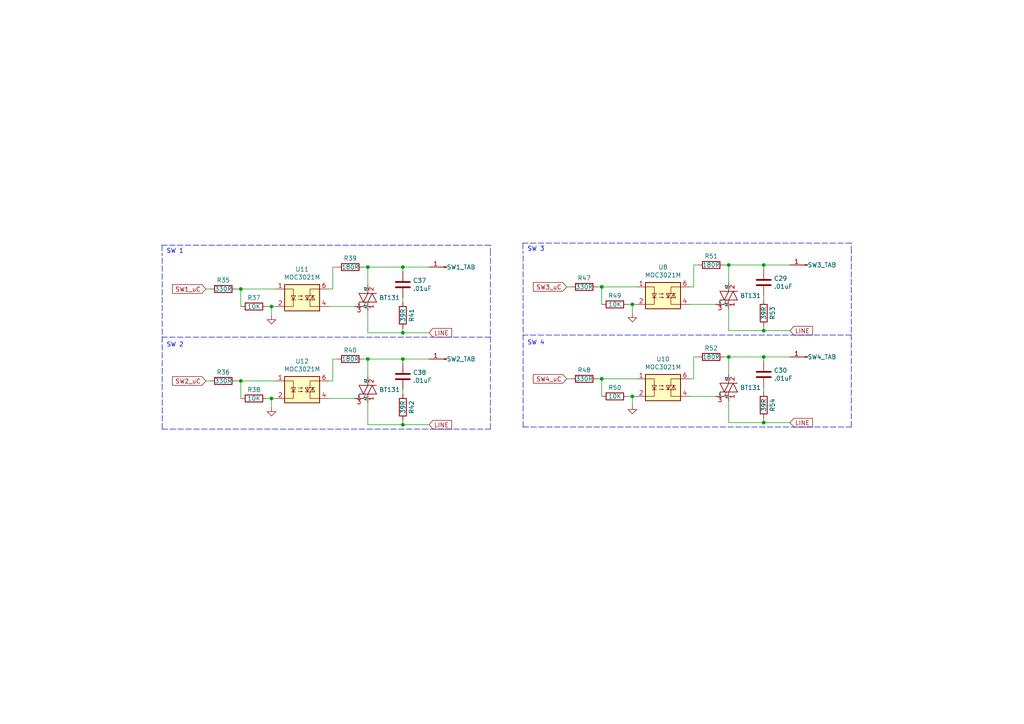
<source format=kicad_sch>
(kicad_sch (version 20211123) (generator eeschema)
  (paper "A4")
  (lib_symbols
    (symbol "Connector:Conn_01x01_Male" (pin_names (offset 1.016) hide)
      (property "Reference" "J" (at 0 2.54 0))
      (property "Value" "Conn_01x01_Male" (at 0 -2.54 0))
      (symbol "Conn_01x01_Male_1_1"
        (polyline (pts (xy 1.27 0) (xy 0.8636 0)) (stroke (width 0.1524)))
        (rectangle (start 0.8636 0.127) (end 0 -0.127) (stroke (width 0.1524)) (fill (type outline)))
        (pin passive line (at 5.08 0 180) (length 3.81) (name "Pin_1") (number "1"))
      )
    )
    (symbol "Device:C" (pin_numbers hide) (pin_names (offset 0.254))
      (property "Reference" "C" (at 0.635 2.54 0))
      (property "Value" "C" (at 0.635 -2.54 0))
      (symbol "C_0_1"
        (polyline (pts (xy -2.032 -0.762) (xy 2.032 -0.762)) (stroke (width 0.508)))
        (polyline (pts (xy -2.032 0.762) (xy 2.032 0.762)) (stroke (width 0.508)))
      )
      (symbol "C_1_1"
        (pin passive line (at 0 3.81 270) (length 2.794) (name "~") (number "1"))
        (pin passive line (at 0 -3.81 90) (length 2.794) (name "~") (number "2"))
      )
    )
    (symbol "Device:R" (pin_numbers hide) (pin_names (offset 0))
      (property "Reference" "R" (at 2.032 0 90))
      (property "Value" "R" (at 0 0 90))
      (symbol "R_0_1"
        (rectangle (start -1.016 -2.54) (end 1.016 2.54) (stroke (width 0.254)))
      )
      (symbol "R_1_1"
        (pin passive line (at 0 3.81 270) (length 1.27) (name "~") (number "1"))
        (pin passive line (at 0 -3.81 90) (length 1.27) (name "~") (number "2"))
      )
    )
    (symbol "Relay_SolidState:MOC3021M"
      (property "Reference" "U" (at -5.334 4.826 0))
      (property "Value" "MOC3021M" (at 0 5.08 0))
      (symbol "MOC3021M_0_1"
        (rectangle (start -5.08 3.81) (end 5.08 -3.81) (stroke (width 0.254)) (fill (type background)))
        (polyline (pts (xy -3.175 -0.635) (xy -1.905 -0.635)))
        (polyline (pts (xy 1.524 -0.635) (xy 1.524 0.635)))
        (polyline (pts (xy 3.048 0.635) (xy 3.048 -0.635)))
        (polyline (pts (xy 2.286 -0.635) (xy 2.286 -2.54) (xy 5.08 -2.54)))
        (polyline (pts (xy 2.286 0.635) (xy 2.286 2.54) (xy 5.08 2.54)))
        (polyline (pts (xy -5.08 2.54) (xy -2.54 2.54) (xy -2.54 -2.54) (xy -5.08 -2.54)))
        (polyline (pts (xy -2.54 -0.635) (xy -3.175 0.635) (xy -1.905 0.635) (xy -2.54 -0.635)))
        (polyline (pts (xy 0.889 -0.635) (xy 3.683 -0.635) (xy 3.048 0.635) (xy 2.413 -0.635)))
        (polyline (pts (xy 3.683 0.635) (xy 0.889 0.635) (xy 1.524 -0.635) (xy 2.159 0.635)))
        (polyline (pts (xy -1.143 -0.508) (xy 0.127 -0.508) (xy -0.254 -0.635) (xy -0.254 -0.381) (xy 0.127 -0.508)))
        (polyline (pts (xy -1.143 0.508) (xy 0.127 0.508) (xy -0.254 0.381) (xy -0.254 0.635) (xy 0.127 0.508)))
      )
      (symbol "MOC3021M_1_1"
        (pin passive line (at -7.62 2.54 0) (length 2.54) (name "~") (number "1"))
        (pin passive line (at -7.62 -2.54 0) (length 2.54) (name "~") (number "2"))
        (pin no_connect line (at -5.08 0 0) (length 2.54) hide (name "NC") (number "3"))
        (pin passive line (at 7.62 -2.54 180) (length 2.54) (name "~") (number "4"))
        (pin no_connect line (at 5.08 0 180) (length 2.54) hide (name "NC") (number "5"))
        (pin passive line (at 7.62 2.54 180) (length 2.54) (name "~") (number "6"))
      )
    )
    (symbol "Triac_Thyristor:BTA16-600B" (pin_names (offset 0))
      (property "Reference" "Q" (at 5.08 1.905 0))
      (property "Value" "BTA16-600B" (at 5.08 0 0))
      (symbol "BTA16-600B_0_1"
        (polyline (pts (xy -2.54 -1.27) (xy 2.54 -1.27)) (stroke (width 0.2032)))
        (polyline (pts (xy -2.54 1.27) (xy 2.54 1.27)) (stroke (width 0.2032)))
        (polyline (pts (xy -1.27 -2.54) (xy -0.635 -1.27)))
        (polyline (pts (xy -2.54 1.27) (xy -1.27 -1.27) (xy 0 1.27)) (stroke (width 0.2032)))
        (polyline (pts (xy 0 -1.27) (xy 1.27 1.27) (xy 2.54 -1.27)) (stroke (width 0.2032)))
      )
      (symbol "BTA16-600B_1_1"
        (pin passive line (at 0 -3.81 90) (length 2.54) (name "A1") (number "1"))
        (pin passive line (at 0 3.81 270) (length 2.54) (name "A2") (number "2"))
        (pin input line (at -3.81 -2.54 0) (length 2.54) (name "G") (number "3"))
      )
    )
    (symbol "power:GND" (power) (pin_names (offset 0))
      (property "Value" "GND" (at 0 -3.81 0))
      (symbol "GND_0_1"
        (polyline (pts (xy 0 0) (xy 0 -1.27) (xy 1.27 -1.27) (xy 0 -2.54) (xy -1.27 -1.27) (xy 0 -1.27)))
      )
      (symbol "GND_1_1"
        (pin power_in line (at 0 0 270) (length 0) hide (name "GND") (number "1"))
      )
    )
  )
  (junction (at 116.84 77.47))
  (junction (at 221.5134 76.8604))
  (junction (at 78.74 88.9))
  (junction (at 221.5134 103.5304))
  (junction (at 211.3534 103.5304))
  (junction (at 116.84 104.14))
  (junction (at 116.84 96.52))
  (junction (at 116.84 123.19))
  (junction (at 69.85 83.82))
  (junction (at 174.5234 83.2104))
  (junction (at 221.5134 95.9104))
  (junction (at 183.4134 114.9604))
  (junction (at 211.3534 76.8604))
  (junction (at 183.4134 88.2904))
  (junction (at 69.85 110.49))
  (junction (at 78.74 115.57))
  (junction (at 221.5134 122.5804))
  (junction (at 106.68 77.47))
  (junction (at 174.5234 109.8804))
  (junction (at 106.68 104.14))
  (wire (pts (xy 183.4134 88.2904) (xy 183.4134 90.8304)))
  (wire (pts (xy 173.2534 109.8804) (xy 174.5234 109.8804)))
  (wire (pts (xy 96.52 77.47) (xy 97.79 77.47)))
  (polyline (pts (xy 142.24 71.12) (xy 46.99 71.12)))
  (wire (pts (xy 221.5134 95.9104) (xy 221.5134 94.6404)))
  (polyline (pts (xy 246.9134 123.8504) (xy 246.9134 73.0504)))
  (wire (pts (xy 116.84 77.47) (xy 124.46 77.47)))
  (wire (pts (xy 105.41 77.47) (xy 106.68 77.47)))
  (wire (pts (xy 78.74 88.9) (xy 78.74 91.44)))
  (wire (pts (xy 77.47 115.57) (xy 78.74 115.57)))
  (wire (pts (xy 183.4134 114.9604) (xy 183.4134 117.5004)))
  (wire (pts (xy 106.68 104.14) (xy 116.84 104.14)))
  (wire (pts (xy 95.25 110.49) (xy 96.52 110.49)))
  (wire (pts (xy 69.85 110.49) (xy 80.01 110.49)))
  (wire (pts (xy 221.5134 95.9104) (xy 229.1334 95.9104)))
  (wire (pts (xy 173.2534 83.2104) (xy 174.5234 83.2104)))
  (polyline (pts (xy 47.0464 124.46) (xy 47.0464 73.66)))
  (wire (pts (xy 102.87 88.9) (xy 95.25 88.9)))
  (wire (pts (xy 106.68 77.47) (xy 116.84 77.47)))
  (wire (pts (xy 207.5434 114.9604) (xy 199.9234 114.9604)))
  (wire (pts (xy 102.87 115.57) (xy 95.25 115.57)))
  (wire (pts (xy 69.85 83.82) (xy 80.01 83.82)))
  (wire (pts (xy 78.74 115.57) (xy 80.01 115.57)))
  (wire (pts (xy 106.68 109.22) (xy 106.68 104.14)))
  (wire (pts (xy 68.58 110.49) (xy 69.85 110.49)))
  (wire (pts (xy 199.9234 109.8804) (xy 201.1934 109.8804)))
  (wire (pts (xy 116.84 104.14) (xy 124.46 104.14)))
  (wire (pts (xy 201.1934 76.8604) (xy 202.4634 76.8604)))
  (polyline (pts (xy 151.6634 123.8504) (xy 246.9134 123.8504)))
  (wire (pts (xy 174.5234 109.8804) (xy 184.6834 109.8804)))
  (wire (pts (xy 211.3534 89.5604) (xy 211.3534 95.9104)))
  (wire (pts (xy 221.5134 113.6904) (xy 221.5134 112.4204)))
  (wire (pts (xy 116.84 96.52) (xy 124.46 96.52)))
  (wire (pts (xy 165.6334 83.2104) (xy 164.3634 83.2104)))
  (polyline (pts (xy 142.24 124.46) (xy 142.24 73.66)))
  (wire (pts (xy 95.25 83.82) (xy 96.52 83.82)))
  (wire (pts (xy 78.74 115.57) (xy 78.74 118.11)))
  (polyline (pts (xy 151.7198 123.8504) (xy 151.7198 73.0504)))
  (wire (pts (xy 105.41 104.14) (xy 106.68 104.14)))
  (wire (pts (xy 210.0834 103.5304) (xy 211.3534 103.5304)))
  (wire (pts (xy 116.84 123.19) (xy 124.46 123.19)))
  (wire (pts (xy 221.5134 103.5304) (xy 229.1334 103.5304)))
  (wire (pts (xy 201.1934 83.2104) (xy 201.1934 76.8604)))
  (wire (pts (xy 211.3534 116.2304) (xy 211.3534 122.5804)))
  (wire (pts (xy 68.58 83.82) (xy 69.85 83.82)))
  (polyline (pts (xy 46.99 71.12) (xy 46.99 73.66)))
  (wire (pts (xy 221.5134 76.8604) (xy 229.1334 76.8604)))
  (wire (pts (xy 77.47 88.9) (xy 78.74 88.9)))
  (wire (pts (xy 69.85 110.49) (xy 69.85 115.57)))
  (polyline (pts (xy 246.9134 97.1804) (xy 151.6634 97.1804)))
  (wire (pts (xy 210.0834 76.8604) (xy 211.3534 76.8604)))
  (wire (pts (xy 182.1434 114.9604) (xy 183.4134 114.9604)))
  (wire (pts (xy 69.85 83.82) (xy 69.85 88.9)))
  (wire (pts (xy 174.5234 83.2104) (xy 174.5234 88.2904)))
  (wire (pts (xy 106.68 116.84) (xy 106.68 123.19)))
  (wire (pts (xy 211.3534 76.8604) (xy 221.5134 76.8604)))
  (polyline (pts (xy 246.9134 70.5104) (xy 151.6634 70.5104)))
  (wire (pts (xy 96.52 83.82) (xy 96.52 77.47)))
  (polyline (pts (xy 246.9134 73.0504) (xy 246.9134 70.5104)))
  (polyline (pts (xy 46.99 124.46) (xy 142.24 124.46)))
  (polyline (pts (xy 142.24 97.79) (xy 46.99 97.79)))
  (wire (pts (xy 116.84 104.14) (xy 116.84 105.41)))
  (wire (pts (xy 174.5234 83.2104) (xy 184.6834 83.2104)))
  (wire (pts (xy 106.68 96.52) (xy 116.84 96.52)))
  (wire (pts (xy 60.96 83.82) (xy 59.69 83.82)))
  (wire (pts (xy 211.3534 122.5804) (xy 221.5134 122.5804)))
  (wire (pts (xy 116.84 87.63) (xy 116.84 86.36)))
  (wire (pts (xy 182.1434 88.2904) (xy 183.4134 88.2904)))
  (wire (pts (xy 207.5434 88.2904) (xy 199.9234 88.2904)))
  (wire (pts (xy 116.84 114.3) (xy 116.84 113.03)))
  (wire (pts (xy 116.84 96.52) (xy 116.84 95.25)))
  (wire (pts (xy 211.3534 95.9104) (xy 221.5134 95.9104)))
  (wire (pts (xy 96.52 104.14) (xy 97.79 104.14)))
  (wire (pts (xy 211.3534 108.6104) (xy 211.3534 103.5304)))
  (wire (pts (xy 201.1934 109.8804) (xy 201.1934 103.5304)))
  (wire (pts (xy 78.74 88.9) (xy 80.01 88.9)))
  (wire (pts (xy 221.5134 122.5804) (xy 221.5134 121.3104)))
  (polyline (pts (xy 142.24 73.66) (xy 142.24 71.12)))
  (wire (pts (xy 106.68 90.17) (xy 106.68 96.52)))
  (wire (pts (xy 96.52 110.49) (xy 96.52 104.14)))
  (wire (pts (xy 201.1934 103.5304) (xy 202.4634 103.5304)))
  (wire (pts (xy 183.4134 114.9604) (xy 184.6834 114.9604)))
  (wire (pts (xy 165.6334 109.8804) (xy 164.3634 109.8804)))
  (wire (pts (xy 116.84 123.19) (xy 116.84 121.92)))
  (wire (pts (xy 106.68 82.55) (xy 106.68 77.47)))
  (wire (pts (xy 116.84 77.47) (xy 116.84 78.74)))
  (wire (pts (xy 174.5234 109.8804) (xy 174.5234 114.9604)))
  (polyline (pts (xy 151.6634 70.5104) (xy 151.6634 73.0504)))
  (wire (pts (xy 183.4134 88.2904) (xy 184.6834 88.2904)))
  (wire (pts (xy 221.5134 87.0204) (xy 221.5134 85.7504)))
  (wire (pts (xy 211.3534 81.9404) (xy 211.3534 76.8604)))
  (wire (pts (xy 221.5134 103.5304) (xy 221.5134 104.8004)))
  (wire (pts (xy 60.96 110.49) (xy 59.69 110.49)))
  (wire (pts (xy 211.3534 103.5304) (xy 221.5134 103.5304)))
  (wire (pts (xy 199.9234 83.2104) (xy 201.1934 83.2104)))
  (wire (pts (xy 221.5134 122.5804) (xy 229.1334 122.5804)))
  (wire (pts (xy 106.68 123.19) (xy 116.84 123.19)))
  (wire (pts (xy 221.5134 76.8604) (xy 221.5134 78.1304)))
  (text "SW 2\n\n" (at 48.26 102.87 0) (effects (font (size 1.27 1.27)) (justify left bottom)))
  (text "SW 3\n" (at 152.9334 73.0504 0) (effects (font (size 1.27 1.27)) (justify left bottom)))
  (text "SW 4\n\n" (at 152.9334 102.2604 0) (effects (font (size 1.27 1.27)) (justify left bottom)))
  (text "SW 1\n" (at 48.26 73.66 0) (effects (font (size 1.27 1.27)) (justify left bottom)))
  (global_label "LINE" (shape input) (at 124.46 96.52 0) (property "Intersheet References" "${INTERSHEET_REFS}" (effects hide)))
  (global_label "LINE" (shape input) (at 229.1334 122.5804 0) (property "Intersheet References" "${INTERSHEET_REFS}" (effects hide)))
  (global_label "SW3_uC" (shape input) (at 164.3634 83.2104 180) (property "Intersheet References" "${INTERSHEET_REFS}" (effects hide)))
  (global_label "SW1_uC" (shape input) (at 59.69 83.82 180) (property "Intersheet References" "${INTERSHEET_REFS}" (effects hide)))
  (global_label "LINE" (shape input) (at 229.1334 95.9104 0) (property "Intersheet References" "${INTERSHEET_REFS}" (effects hide)))
  (global_label "SW4_uC" (shape input) (at 164.3634 109.8804 180) (property "Intersheet References" "${INTERSHEET_REFS}" (effects hide)))
  (global_label "LINE" (shape input) (at 124.46 123.19 0) (property "Intersheet References" "${INTERSHEET_REFS}" (effects hide)))
  (global_label "SW2_uC" (shape input) (at 59.69 110.49 180) (property "Intersheet References" "${INTERSHEET_REFS}" (effects hide)))
  (symbol (lib_id "Device:R") (at 169.4434 109.8804 270) (unit 1)
    (property "Reference" "R48" (at 169.4434 107.3404 90))
    (property "Value" "330R" (at 169.4434 109.8804 90))
    (property "Footprint" "Resistor_SMD:R_0603_1608Metric" (effects hide))
  )
  (symbol (lib_id "Device:R") (at 178.3334 88.2904 270) (unit 1)
    (property "Reference" "R49" (at 178.3334 85.7504 90))
    (property "Value" "10K" (at 178.3334 88.2904 90))
    (property "Footprint" "Resistor_SMD:R_0603_1608Metric" (effects hide))
  )
  (symbol (lib_id "Triac_Thyristor:BTA16-600B") (at 211.3534 112.4204 0) (unit 1)
    (property "Reference" "Q14" (effects hide))
    (property "Value" "BT131" (at 214.63 112.4204 0) (effects (justify left)))
    (property "Footprint" "Footprint:BT131" (effects hide))
    (property "Datasheet" "https://www.st.com/resource/en/datasheet/bta16.pdf" (effects hide))
  )
  (symbol (lib_id "Relay_SolidState:MOC3021M") (at 192.3034 112.4204 0) (unit 1)
    (property "Reference" "U10" (at 192.3034 104.1654 0))
    (property "Value" "MOC3021M" (at 192.3034 106.4768 0))
    (property "Footprint" "Footprint:DIP6_SMD" (effects hide))
    (property "Datasheet" "https://www.onsemi.com/pub/Collateral/MOC3023M-D.PDF" (effects hide))
  )
  (symbol (lib_id "Triac_Thyristor:BTA16-600B") (at 211.3534 85.7504 0) (unit 1)
    (property "Reference" "Q13" (effects hide))
    (property "Value" "BT131" (at 214.63 85.7504 0) (effects (justify left)))
    (property "Footprint" "Footprint:BT131" (effects hide))
    (property "Datasheet" "https://www.st.com/resource/en/datasheet/bta16.pdf" (effects hide))
  )
  (symbol (lib_id "power:GND") (at 183.4134 90.8304 0) (unit 1)
    (property "Reference" "#PWR0176" (effects hide))
    (property "Value" "GND" (effects hide))
  )
  (symbol (lib_id "Device:R") (at 206.2734 103.5304 270) (unit 1)
    (property "Reference" "R52" (at 206.2734 100.9904 90))
    (property "Value" "180R" (at 206.2734 103.5304 90))
    (property "Footprint" "Resistor_SMD:R_1206_3216Metric" (effects hide))
  )
  (symbol (lib_id "power:GND") (at 78.74 118.11 0) (unit 1)
    (property "Reference" "#PWR0149" (effects hide))
    (property "Value" "GND" (effects hide))
  )
  (symbol (lib_id "Device:R") (at 73.66 88.9 270) (unit 1)
    (property "Reference" "R37" (at 73.66 86.36 90))
    (property "Value" "10K" (at 73.66 88.9 90))
    (property "Footprint" "Resistor_SMD:R_0603_1608Metric" (effects hide))
  )
  (symbol (lib_id "Connector:Conn_01x01_Male") (at 129.54 104.14 180) (unit 1)
    (property "Reference" "J15" (effects hide))
    (property "Value" "SW2_TAB" (at 129.54 104.14 0) (effects (justify right)))
    (property "Footprint" "Footprint:TAB_Conn" (effects hide))
  )
  (symbol (lib_id "Device:R") (at 116.84 118.11 180) (unit 1)
    (property "Reference" "R42" (at 119.38 118.11 90))
    (property "Value" "39R" (at 116.84 118.11 90))
    (property "Footprint" "Resistor_SMD:R_1206_3216Metric" (effects hide))
  )
  (symbol (lib_id "Relay_SolidState:MOC3021M") (at 87.63 86.36 0) (unit 1)
    (property "Reference" "U11" (at 87.63 78.105 0))
    (property "Value" "MOC3021M" (at 87.63 80.4164 0))
    (property "Footprint" "Footprint:DIP6_SMD" (effects hide))
    (property "Datasheet" "https://www.onsemi.com/pub/Collateral/MOC3023M-D.PDF" (effects hide))
  )
  (symbol (lib_id "Device:R") (at 116.84 91.44 180) (unit 1)
    (property "Reference" "R41" (at 119.38 91.44 90))
    (property "Value" "39R" (at 116.84 91.44 90))
    (property "Footprint" "Resistor_SMD:R_1206_3216Metric" (effects hide))
  )
  (symbol (lib_id "Device:C") (at 221.5134 81.9404 0) (unit 1)
    (property "Reference" "C29" (at 224.4344 80.772 0) (effects (justify left)))
    (property "Value" ".01uF" (at 224.4344 83.0834 0) (effects (justify left)))
    (property "Footprint" "Capacitor_THT:C_Disc_D5.0mm_W2.5mm_P5.00mm" (effects hide))
  )
  (symbol (lib_id "Device:C") (at 221.5134 108.6104 0) (unit 1)
    (property "Reference" "C30" (at 224.4344 107.442 0) (effects (justify left)))
    (property "Value" ".01uF" (at 224.4344 109.7534 0) (effects (justify left)))
    (property "Footprint" "Capacitor_THT:C_Disc_D5.0mm_W2.5mm_P5.00mm" (effects hide))
  )
  (symbol (lib_id "Device:R") (at 64.77 110.49 270) (unit 1)
    (property "Reference" "R36" (at 64.77 107.95 90))
    (property "Value" "330R" (at 64.77 110.49 90))
    (property "Footprint" "Resistor_SMD:R_0603_1608Metric" (effects hide))
  )
  (symbol (lib_id "power:GND") (at 183.4134 117.5004 0) (unit 1)
    (property "Reference" "#PWR0177" (effects hide))
    (property "Value" "GND" (effects hide))
  )
  (symbol (lib_id "Relay_SolidState:MOC3021M") (at 192.3034 85.7504 0) (unit 1)
    (property "Reference" "U8" (at 192.3034 77.4954 0))
    (property "Value" "MOC3021M" (at 192.3034 79.8068 0))
    (property "Footprint" "Footprint:DIP6_SMD" (effects hide))
    (property "Datasheet" "https://www.onsemi.com/pub/Collateral/MOC3023M-D.PDF" (effects hide))
  )
  (symbol (lib_id "Device:R") (at 169.4434 83.2104 270) (unit 1)
    (property "Reference" "R47" (at 169.4434 80.6704 90))
    (property "Value" "330R" (at 169.4434 83.2104 90))
    (property "Footprint" "Resistor_SMD:R_0603_1608Metric" (effects hide))
  )
  (symbol (lib_id "Device:R") (at 178.3334 114.9604 270) (unit 1)
    (property "Reference" "R50" (at 178.3334 112.4204 90))
    (property "Value" "10K" (at 178.3334 114.9604 90))
    (property "Footprint" "Resistor_SMD:R_0603_1608Metric" (effects hide))
  )
  (symbol (lib_id "Relay_SolidState:MOC3021M") (at 87.63 113.03 0) (unit 1)
    (property "Reference" "U12" (at 87.63 104.775 0))
    (property "Value" "MOC3021M" (at 87.63 107.0864 0))
    (property "Footprint" "Footprint:DIP6_SMD" (effects hide))
    (property "Datasheet" "https://www.onsemi.com/pub/Collateral/MOC3023M-D.PDF" (effects hide))
  )
  (symbol (lib_id "Triac_Thyristor:BTA16-600B") (at 106.68 113.03 0) (unit 1)
    (property "Reference" "Q8" (effects hide))
    (property "Value" "BT131" (at 109.9566 113.03 0) (effects (justify left)))
    (property "Footprint" "Footprint:BT131" (effects hide))
    (property "Datasheet" "https://www.st.com/resource/en/datasheet/bta16.pdf" (effects hide))
  )
  (symbol (lib_id "Connector:Conn_01x01_Male") (at 234.2134 103.5304 180) (unit 1)
    (property "Reference" "J20" (effects hide))
    (property "Value" "SW4_TAB" (at 234.2134 103.5304 0) (effects (justify right)))
    (property "Footprint" "Footprint:TAB_Conn" (effects hide))
  )
  (symbol (lib_id "Connector:Conn_01x01_Male") (at 129.54 77.47 180) (unit 1)
    (property "Reference" "J14" (effects hide))
    (property "Value" "SW1_TAB" (at 129.54 77.47 0) (effects (justify right)))
    (property "Footprint" "Footprint:TAB_Conn" (effects hide))
  )
  (symbol (lib_id "Device:C") (at 116.84 82.55 0) (unit 1)
    (property "Reference" "C37" (at 119.761 81.3816 0) (effects (justify left)))
    (property "Value" ".01uF" (at 119.761 83.693 0) (effects (justify left)))
    (property "Footprint" "Capacitor_THT:C_Disc_D5.0mm_W2.5mm_P5.00mm" (effects hide))
  )
  (symbol (lib_id "Device:C") (at 116.84 109.22 0) (unit 1)
    (property "Reference" "C38" (at 119.761 108.0516 0) (effects (justify left)))
    (property "Value" ".01uF" (at 119.761 110.363 0) (effects (justify left)))
    (property "Footprint" "Capacitor_THT:C_Disc_D5.0mm_W2.5mm_P5.00mm" (effects hide))
  )
  (symbol (lib_id "Device:R") (at 221.5134 117.5004 180) (unit 1)
    (property "Reference" "R54" (at 224.0534 117.5004 90))
    (property "Value" "39R" (at 221.5134 117.5004 90))
    (property "Footprint" "Resistor_SMD:R_1206_3216Metric" (effects hide))
  )
  (symbol (lib_id "Device:R") (at 101.6 77.47 270) (unit 1)
    (property "Reference" "R39" (at 101.6 74.93 90))
    (property "Value" "180R" (at 101.6 77.47 90))
    (property "Footprint" "Resistor_SMD:R_1206_3216Metric" (effects hide))
  )
  (symbol (lib_id "Triac_Thyristor:BTA16-600B") (at 106.68 86.36 0) (unit 1)
    (property "Reference" "Q7" (effects hide))
    (property "Value" "BT131" (at 109.9566 86.36 0) (effects (justify left)))
    (property "Footprint" "Footprint:BT131" (effects hide))
    (property "Datasheet" "https://www.st.com/resource/en/datasheet/bta16.pdf" (effects hide))
  )
  (symbol (lib_id "Device:R") (at 73.66 115.57 270) (unit 1)
    (property "Reference" "R38" (at 73.66 113.03 90))
    (property "Value" "10K" (at 73.66 115.57 90))
    (property "Footprint" "Resistor_SMD:R_0603_1608Metric" (effects hide))
  )
  (symbol (lib_id "Connector:Conn_01x01_Male") (at 234.2134 76.8604 180) (unit 1)
    (property "Reference" "J12" (effects hide))
    (property "Value" "SW3_TAB" (at 234.2134 76.8604 0) (effects (justify right)))
    (property "Footprint" "Footprint:TAB_Conn" (effects hide))
  )
  (symbol (lib_id "Device:R") (at 206.2734 76.8604 270) (unit 1)
    (property "Reference" "R51" (at 206.2734 74.3204 90))
    (property "Value" "180R" (at 206.2734 76.8604 90))
    (property "Footprint" "Resistor_SMD:R_1206_3216Metric" (effects hide))
  )
  (symbol (lib_id "power:GND") (at 78.74 91.44 0) (unit 1)
    (property "Reference" "#PWR0150" (effects hide))
    (property "Value" "GND" (effects hide))
  )
  (symbol (lib_id "Device:R") (at 101.6 104.14 270) (unit 1)
    (property "Reference" "R40" (at 101.6 101.6 90))
    (property "Value" "180R" (at 101.6 104.14 90))
    (property "Footprint" "Resistor_SMD:R_1206_3216Metric" (effects hide))
  )
  (symbol (lib_id "Device:R") (at 221.5134 90.8304 180) (unit 1)
    (property "Reference" "R53" (at 224.0534 90.8304 90))
    (property "Value" "39R" (at 221.5134 90.8304 90))
    (property "Footprint" "Resistor_SMD:R_1206_3216Metric" (effects hide))
  )
  (symbol (lib_id "Device:R") (at 64.77 83.82 270) (unit 1)
    (property "Reference" "R35" (at 64.77 81.28 90))
    (property "Value" "330R" (at 64.77 83.82 90))
    (property "Footprint" "Resistor_SMD:R_0603_1608Metric" (effects hide))
  )
)
</source>
